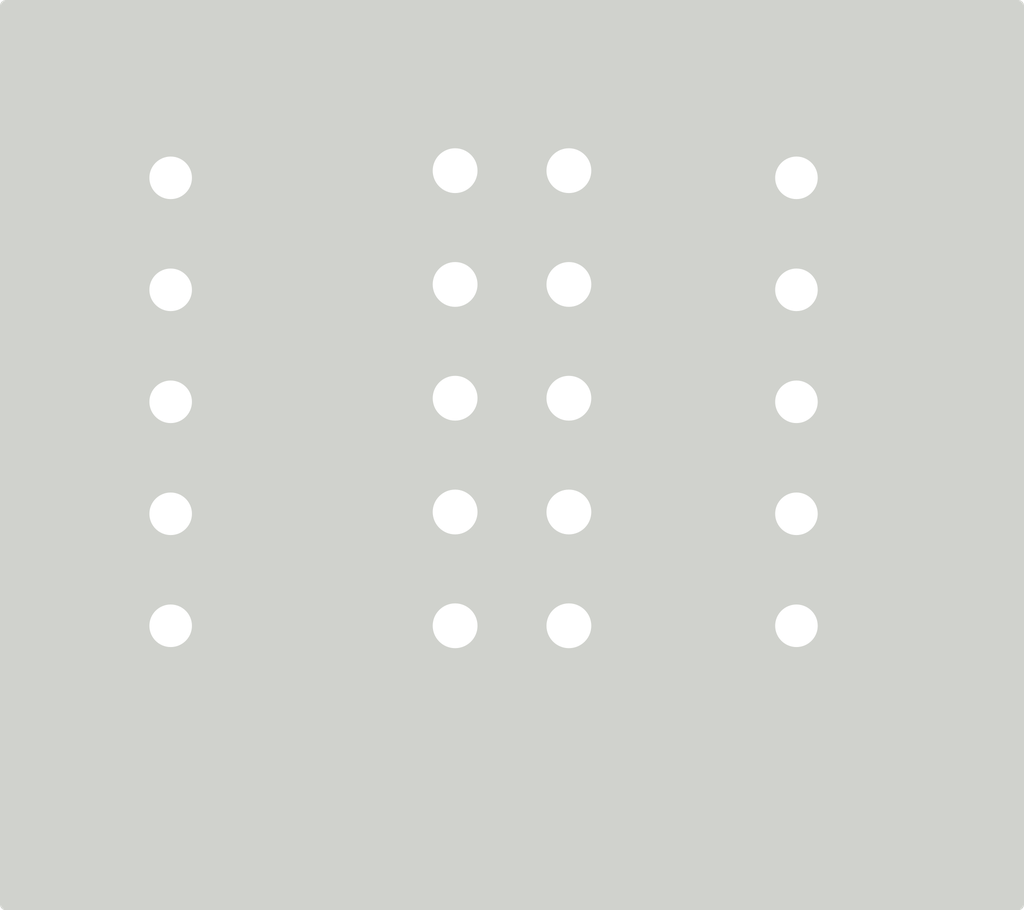
<source format=kicad_pcb>
(kicad_pcb (version 20171130) (host pcbnew "(5.1.5)-3")

  (general
    (thickness 1.6)
    (drawings 12)
    (tracks 18)
    (zones 0)
    (modules 4)
    (nets 11)
  )

  (page A4)
  (layers
    (0 F.Cu signal)
    (31 B.Cu signal)
    (32 B.Adhes user)
    (33 F.Adhes user)
    (34 B.Paste user)
    (35 F.Paste user)
    (36 B.SilkS user)
    (37 F.SilkS user)
    (38 B.Mask user)
    (39 F.Mask user)
    (40 Dwgs.User user)
    (41 Cmts.User user)
    (42 Eco1.User user)
    (43 Eco2.User user)
    (44 Edge.Cuts user)
    (45 Margin user)
    (46 B.CrtYd user)
    (47 F.CrtYd user)
    (48 B.Fab user)
    (49 F.Fab user)
  )

  (setup
    (last_trace_width 0.25)
    (trace_clearance 0.2)
    (zone_clearance 0.508)
    (zone_45_only no)
    (trace_min 0.2)
    (via_size 0.8)
    (via_drill 0.4)
    (via_min_size 0.4)
    (via_min_drill 0.3)
    (uvia_size 0.3)
    (uvia_drill 0.1)
    (uvias_allowed no)
    (uvia_min_size 0.2)
    (uvia_min_drill 0.1)
    (edge_width 0.05)
    (segment_width 0.2)
    (pcb_text_width 0.3)
    (pcb_text_size 1.5 1.5)
    (mod_edge_width 0.12)
    (mod_text_size 1 1)
    (mod_text_width 0.15)
    (pad_size 1.524 1.524)
    (pad_drill 0.762)
    (pad_to_mask_clearance 0.051)
    (solder_mask_min_width 0.25)
    (aux_axis_origin 0 0)
    (grid_origin 163.83 45.42)
    (visible_elements FFFFFF7F)
    (pcbplotparams
      (layerselection 0x010fc_ffffffff)
      (usegerberextensions false)
      (usegerberattributes false)
      (usegerberadvancedattributes false)
      (creategerberjobfile false)
      (excludeedgelayer true)
      (linewidth 0.100000)
      (plotframeref false)
      (viasonmask false)
      (mode 1)
      (useauxorigin false)
      (hpglpennumber 1)
      (hpglpenspeed 20)
      (hpglpendiameter 15.000000)
      (psnegative false)
      (psa4output false)
      (plotreference true)
      (plotvalue true)
      (plotinvisibletext false)
      (padsonsilk false)
      (subtractmaskfromsilk false)
      (outputformat 1)
      (mirror false)
      (drillshape 1)
      (scaleselection 1)
      (outputdirectory ""))
  )

  (net 0 "")
  (net 1 "Net-(J1-Pad5)")
  (net 2 "Net-(J1-Pad4)")
  (net 3 "Net-(J1-Pad3)")
  (net 4 "Net-(J1-Pad2)")
  (net 5 "Net-(J1-Pad1)")
  (net 6 "Net-(J3-Pad5)")
  (net 7 "Net-(J3-Pad4)")
  (net 8 "Net-(J3-Pad3)")
  (net 9 "Net-(J3-Pad2)")
  (net 10 "Net-(J3-Pad1)")

  (net_class Default "This is the default net class."
    (clearance 0.2)
    (trace_width 0.25)
    (via_dia 0.8)
    (via_drill 0.4)
    (uvia_dia 0.3)
    (uvia_drill 0.1)
    (add_net "Net-(J1-Pad1)")
    (add_net "Net-(J1-Pad2)")
    (add_net "Net-(J1-Pad3)")
    (add_net "Net-(J1-Pad4)")
    (add_net "Net-(J1-Pad5)")
    (add_net "Net-(J3-Pad1)")
    (add_net "Net-(J3-Pad2)")
    (add_net "Net-(J3-Pad3)")
    (add_net "Net-(J3-Pad4)")
    (add_net "Net-(J3-Pad5)")
  )

  (module Connector_PinSocket_2.54mm:PinSocket_1x05_P2.54mm_Vertical (layer B.Cu) (tedit 5A19A420) (tstamp 5E58EE72)
    (at 166.37 55.58)
    (descr "Through hole straight socket strip, 1x05, 2.54mm pitch, single row (from Kicad 4.0.7), script generated")
    (tags "Through hole socket strip THT 1x05 2.54mm single row")
    (path /5E5A5133)
    (fp_text reference J4 (at 0 2.77) (layer B.SilkS)
      (effects (font (size 1 1) (thickness 0.15)) (justify mirror))
    )
    (fp_text value Conn_01x05_Female (at 0 -12.93) (layer B.Fab)
      (effects (font (size 1 1) (thickness 0.15)) (justify mirror))
    )
    (fp_text user %R (at 0 -5.08 -90) (layer B.Fab)
      (effects (font (size 1 1) (thickness 0.15)) (justify mirror))
    )
    (fp_line (start -1.8 -11.9) (end -1.8 1.8) (layer B.CrtYd) (width 0.05))
    (fp_line (start 1.75 -11.9) (end -1.8 -11.9) (layer B.CrtYd) (width 0.05))
    (fp_line (start 1.75 1.8) (end 1.75 -11.9) (layer B.CrtYd) (width 0.05))
    (fp_line (start -1.8 1.8) (end 1.75 1.8) (layer B.CrtYd) (width 0.05))
    (fp_line (start 0 1.33) (end 1.33 1.33) (layer B.SilkS) (width 0.12))
    (fp_line (start 1.33 1.33) (end 1.33 0) (layer B.SilkS) (width 0.12))
    (fp_line (start 1.33 -1.27) (end 1.33 -11.49) (layer B.SilkS) (width 0.12))
    (fp_line (start -1.33 -11.49) (end 1.33 -11.49) (layer B.SilkS) (width 0.12))
    (fp_line (start -1.33 -1.27) (end -1.33 -11.49) (layer B.SilkS) (width 0.12))
    (fp_line (start -1.33 -1.27) (end 1.33 -1.27) (layer B.SilkS) (width 0.12))
    (fp_line (start -1.27 -11.43) (end -1.27 1.27) (layer B.Fab) (width 0.1))
    (fp_line (start 1.27 -11.43) (end -1.27 -11.43) (layer B.Fab) (width 0.1))
    (fp_line (start 1.27 0.635) (end 1.27 -11.43) (layer B.Fab) (width 0.1))
    (fp_line (start 0.635 1.27) (end 1.27 0.635) (layer B.Fab) (width 0.1))
    (fp_line (start -1.27 1.27) (end 0.635 1.27) (layer B.Fab) (width 0.1))
    (pad 5 thru_hole oval (at 0 -10.16) (size 1.7 1.7) (drill 1) (layers *.Cu *.Mask)
      (net 6 "Net-(J3-Pad5)"))
    (pad 4 thru_hole oval (at 0 -7.62) (size 1.7 1.7) (drill 1) (layers *.Cu *.Mask)
      (net 7 "Net-(J3-Pad4)"))
    (pad 3 thru_hole oval (at 0 -5.08) (size 1.7 1.7) (drill 1) (layers *.Cu *.Mask)
      (net 8 "Net-(J3-Pad3)"))
    (pad 2 thru_hole oval (at 0 -2.54) (size 1.7 1.7) (drill 1) (layers *.Cu *.Mask)
      (net 9 "Net-(J3-Pad2)"))
    (pad 1 thru_hole rect (at 0 0) (size 1.7 1.7) (drill 1) (layers *.Cu *.Mask)
      (net 10 "Net-(J3-Pad1)"))
    (model ${KISYS3DMOD}/Connector_PinSocket_2.54mm.3dshapes/PinSocket_1x05_P2.54mm_Vertical.wrl
      (at (xyz 0 0 0))
      (scale (xyz 1 1 1))
      (rotate (xyz 0 0 0))
    )
  )

  (module Connector_JST:JST_EH_B5B-EH-A_1x05_P2.50mm_Vertical (layer F.Cu) (tedit 5C28142C) (tstamp 5E58EE59)
    (at 171.45 55.58 90)
    (descr "JST EH series connector, B5B-EH-A (http://www.jst-mfg.com/product/pdf/eng/eEH.pdf), generated with kicad-footprint-generator")
    (tags "connector JST EH vertical")
    (path /5E5A5139)
    (fp_text reference J3 (at -3.81 0 180) (layer F.SilkS)
      (effects (font (size 1 1) (thickness 0.15)))
    )
    (fp_text value Conn_01x05_Male (at 5 3.4 90) (layer F.Fab)
      (effects (font (size 1 1) (thickness 0.15)))
    )
    (fp_text user %R (at 5 1.5 90) (layer F.Fab)
      (effects (font (size 1 1) (thickness 0.15)))
    )
    (fp_line (start -2.91 2.61) (end -0.41 2.61) (layer F.Fab) (width 0.1))
    (fp_line (start -2.91 0.11) (end -2.91 2.61) (layer F.Fab) (width 0.1))
    (fp_line (start -2.91 2.61) (end -0.41 2.61) (layer F.SilkS) (width 0.12))
    (fp_line (start -2.91 0.11) (end -2.91 2.61) (layer F.SilkS) (width 0.12))
    (fp_line (start 11.61 0.81) (end 11.61 2.31) (layer F.SilkS) (width 0.12))
    (fp_line (start 12.61 0.81) (end 11.61 0.81) (layer F.SilkS) (width 0.12))
    (fp_line (start -1.61 0.81) (end -1.61 2.31) (layer F.SilkS) (width 0.12))
    (fp_line (start -2.61 0.81) (end -1.61 0.81) (layer F.SilkS) (width 0.12))
    (fp_line (start 12.11 0) (end 12.61 0) (layer F.SilkS) (width 0.12))
    (fp_line (start 12.11 -1.21) (end 12.11 0) (layer F.SilkS) (width 0.12))
    (fp_line (start -2.11 -1.21) (end 12.11 -1.21) (layer F.SilkS) (width 0.12))
    (fp_line (start -2.11 0) (end -2.11 -1.21) (layer F.SilkS) (width 0.12))
    (fp_line (start -2.61 0) (end -2.11 0) (layer F.SilkS) (width 0.12))
    (fp_line (start 12.61 -1.71) (end -2.61 -1.71) (layer F.SilkS) (width 0.12))
    (fp_line (start 12.61 2.31) (end 12.61 -1.71) (layer F.SilkS) (width 0.12))
    (fp_line (start -2.61 2.31) (end 12.61 2.31) (layer F.SilkS) (width 0.12))
    (fp_line (start -2.61 -1.71) (end -2.61 2.31) (layer F.SilkS) (width 0.12))
    (fp_line (start 13 -2.1) (end -3 -2.1) (layer F.CrtYd) (width 0.05))
    (fp_line (start 13 2.7) (end 13 -2.1) (layer F.CrtYd) (width 0.05))
    (fp_line (start -3 2.7) (end 13 2.7) (layer F.CrtYd) (width 0.05))
    (fp_line (start -3 -2.1) (end -3 2.7) (layer F.CrtYd) (width 0.05))
    (fp_line (start 12.5 -1.6) (end -2.5 -1.6) (layer F.Fab) (width 0.1))
    (fp_line (start 12.5 2.2) (end 12.5 -1.6) (layer F.Fab) (width 0.1))
    (fp_line (start -2.5 2.2) (end 12.5 2.2) (layer F.Fab) (width 0.1))
    (fp_line (start -2.5 -1.6) (end -2.5 2.2) (layer F.Fab) (width 0.1))
    (pad 5 thru_hole oval (at 10 0 90) (size 1.7 1.95) (drill 0.95) (layers *.Cu *.Mask)
      (net 6 "Net-(J3-Pad5)"))
    (pad 4 thru_hole oval (at 7.5 0 90) (size 1.7 1.95) (drill 0.95) (layers *.Cu *.Mask)
      (net 7 "Net-(J3-Pad4)"))
    (pad 3 thru_hole oval (at 5 0 90) (size 1.7 1.95) (drill 0.95) (layers *.Cu *.Mask)
      (net 8 "Net-(J3-Pad3)"))
    (pad 2 thru_hole oval (at 2.5 0 90) (size 1.7 1.95) (drill 0.95) (layers *.Cu *.Mask)
      (net 9 "Net-(J3-Pad2)"))
    (pad 1 thru_hole roundrect (at 0 0 90) (size 1.7 1.95) (drill 0.95) (layers *.Cu *.Mask) (roundrect_rratio 0.147059)
      (net 10 "Net-(J3-Pad1)"))
    (model ${KISYS3DMOD}/Connector_JST.3dshapes/JST_EH_B5B-EH-A_1x05_P2.50mm_Vertical.wrl
      (at (xyz 0 0 0))
      (scale (xyz 1 1 1))
      (rotate (xyz 0 0 0))
    )
  )

  (module Connector_PinSocket_2.54mm:PinSocket_1x05_P2.54mm_Vertical (layer B.Cu) (tedit 5A19A420) (tstamp 5E58EE36)
    (at 163.83 55.58)
    (descr "Through hole straight socket strip, 1x05, 2.54mm pitch, single row (from Kicad 4.0.7), script generated")
    (tags "Through hole socket strip THT 1x05 2.54mm single row")
    (path /5E5A18E7)
    (fp_text reference J2 (at 0 2.77) (layer B.SilkS)
      (effects (font (size 1 1) (thickness 0.15)) (justify mirror))
    )
    (fp_text value Conn_01x05_Female (at 0 -12.93) (layer B.Fab)
      (effects (font (size 1 1) (thickness 0.15)) (justify mirror))
    )
    (fp_text user %R (at 0 -5.08 -90) (layer B.Fab)
      (effects (font (size 1 1) (thickness 0.15)) (justify mirror))
    )
    (fp_line (start -1.8 -11.9) (end -1.8 1.8) (layer B.CrtYd) (width 0.05))
    (fp_line (start 1.75 -11.9) (end -1.8 -11.9) (layer B.CrtYd) (width 0.05))
    (fp_line (start 1.75 1.8) (end 1.75 -11.9) (layer B.CrtYd) (width 0.05))
    (fp_line (start -1.8 1.8) (end 1.75 1.8) (layer B.CrtYd) (width 0.05))
    (fp_line (start 0 1.33) (end 1.33 1.33) (layer B.SilkS) (width 0.12))
    (fp_line (start 1.33 1.33) (end 1.33 0) (layer B.SilkS) (width 0.12))
    (fp_line (start 1.33 -1.27) (end 1.33 -11.49) (layer B.SilkS) (width 0.12))
    (fp_line (start -1.33 -11.49) (end 1.33 -11.49) (layer B.SilkS) (width 0.12))
    (fp_line (start -1.33 -1.27) (end -1.33 -11.49) (layer B.SilkS) (width 0.12))
    (fp_line (start -1.33 -1.27) (end 1.33 -1.27) (layer B.SilkS) (width 0.12))
    (fp_line (start -1.27 -11.43) (end -1.27 1.27) (layer B.Fab) (width 0.1))
    (fp_line (start 1.27 -11.43) (end -1.27 -11.43) (layer B.Fab) (width 0.1))
    (fp_line (start 1.27 0.635) (end 1.27 -11.43) (layer B.Fab) (width 0.1))
    (fp_line (start 0.635 1.27) (end 1.27 0.635) (layer B.Fab) (width 0.1))
    (fp_line (start -1.27 1.27) (end 0.635 1.27) (layer B.Fab) (width 0.1))
    (pad 5 thru_hole oval (at 0 -10.16) (size 1.7 1.7) (drill 1) (layers *.Cu *.Mask)
      (net 1 "Net-(J1-Pad5)"))
    (pad 4 thru_hole oval (at 0 -7.62) (size 1.7 1.7) (drill 1) (layers *.Cu *.Mask)
      (net 2 "Net-(J1-Pad4)"))
    (pad 3 thru_hole oval (at 0 -5.08) (size 1.7 1.7) (drill 1) (layers *.Cu *.Mask)
      (net 3 "Net-(J1-Pad3)"))
    (pad 2 thru_hole oval (at 0 -2.54) (size 1.7 1.7) (drill 1) (layers *.Cu *.Mask)
      (net 4 "Net-(J1-Pad2)"))
    (pad 1 thru_hole rect (at 0 0) (size 1.7 1.7) (drill 1) (layers *.Cu *.Mask)
      (net 5 "Net-(J1-Pad1)"))
    (model ${KISYS3DMOD}/Connector_PinSocket_2.54mm.3dshapes/PinSocket_1x05_P2.54mm_Vertical.wrl
      (at (xyz 0 0 0))
      (scale (xyz 1 1 1))
      (rotate (xyz 0 0 0))
    )
  )

  (module Connector_JST:JST_EH_B5B-EH-A_1x05_P2.50mm_Vertical (layer F.Cu) (tedit 5C28142C) (tstamp 5E58EE1D)
    (at 157.48 55.58 90)
    (descr "JST EH series connector, B5B-EH-A (http://www.jst-mfg.com/product/pdf/eng/eEH.pdf), generated with kicad-footprint-generator")
    (tags "connector JST EH vertical")
    (path /5E5A1EF8)
    (fp_text reference J1 (at -3.81 0 180) (layer F.SilkS)
      (effects (font (size 1 1) (thickness 0.15)))
    )
    (fp_text value Conn_01x05_Male (at 5 3.4 90) (layer F.Fab)
      (effects (font (size 1 1) (thickness 0.15)))
    )
    (fp_text user %R (at 5 1.5 90) (layer F.Fab)
      (effects (font (size 1 1) (thickness 0.15)))
    )
    (fp_line (start -2.91 2.61) (end -0.41 2.61) (layer F.Fab) (width 0.1))
    (fp_line (start -2.91 0.11) (end -2.91 2.61) (layer F.Fab) (width 0.1))
    (fp_line (start -2.91 2.61) (end -0.41 2.61) (layer F.SilkS) (width 0.12))
    (fp_line (start -2.91 0.11) (end -2.91 2.61) (layer F.SilkS) (width 0.12))
    (fp_line (start 11.61 0.81) (end 11.61 2.31) (layer F.SilkS) (width 0.12))
    (fp_line (start 12.61 0.81) (end 11.61 0.81) (layer F.SilkS) (width 0.12))
    (fp_line (start -1.61 0.81) (end -1.61 2.31) (layer F.SilkS) (width 0.12))
    (fp_line (start -2.61 0.81) (end -1.61 0.81) (layer F.SilkS) (width 0.12))
    (fp_line (start 12.11 0) (end 12.61 0) (layer F.SilkS) (width 0.12))
    (fp_line (start 12.11 -1.21) (end 12.11 0) (layer F.SilkS) (width 0.12))
    (fp_line (start -2.11 -1.21) (end 12.11 -1.21) (layer F.SilkS) (width 0.12))
    (fp_line (start -2.11 0) (end -2.11 -1.21) (layer F.SilkS) (width 0.12))
    (fp_line (start -2.61 0) (end -2.11 0) (layer F.SilkS) (width 0.12))
    (fp_line (start 12.61 -1.71) (end -2.61 -1.71) (layer F.SilkS) (width 0.12))
    (fp_line (start 12.61 2.31) (end 12.61 -1.71) (layer F.SilkS) (width 0.12))
    (fp_line (start -2.61 2.31) (end 12.61 2.31) (layer F.SilkS) (width 0.12))
    (fp_line (start -2.61 -1.71) (end -2.61 2.31) (layer F.SilkS) (width 0.12))
    (fp_line (start 13 -2.1) (end -3 -2.1) (layer F.CrtYd) (width 0.05))
    (fp_line (start 13 2.7) (end 13 -2.1) (layer F.CrtYd) (width 0.05))
    (fp_line (start -3 2.7) (end 13 2.7) (layer F.CrtYd) (width 0.05))
    (fp_line (start -3 -2.1) (end -3 2.7) (layer F.CrtYd) (width 0.05))
    (fp_line (start 12.5 -1.6) (end -2.5 -1.6) (layer F.Fab) (width 0.1))
    (fp_line (start 12.5 2.2) (end 12.5 -1.6) (layer F.Fab) (width 0.1))
    (fp_line (start -2.5 2.2) (end 12.5 2.2) (layer F.Fab) (width 0.1))
    (fp_line (start -2.5 -1.6) (end -2.5 2.2) (layer F.Fab) (width 0.1))
    (pad 5 thru_hole oval (at 10 0 90) (size 1.7 1.95) (drill 0.95) (layers *.Cu *.Mask)
      (net 1 "Net-(J1-Pad5)"))
    (pad 4 thru_hole oval (at 7.5 0 90) (size 1.7 1.95) (drill 0.95) (layers *.Cu *.Mask)
      (net 2 "Net-(J1-Pad4)"))
    (pad 3 thru_hole oval (at 5 0 90) (size 1.7 1.95) (drill 0.95) (layers *.Cu *.Mask)
      (net 3 "Net-(J1-Pad3)"))
    (pad 2 thru_hole oval (at 2.5 0 90) (size 1.7 1.95) (drill 0.95) (layers *.Cu *.Mask)
      (net 4 "Net-(J1-Pad2)"))
    (pad 1 thru_hole roundrect (at 0 0 90) (size 1.7 1.95) (drill 0.95) (layers *.Cu *.Mask) (roundrect_rratio 0.147059)
      (net 5 "Net-(J1-Pad1)"))
    (model ${KISYS3DMOD}/Connector_JST.3dshapes/JST_EH_B5B-EH-A_1x05_P2.50mm_Vertical.wrl
      (at (xyz 0 0 0))
      (scale (xyz 1 1 1))
      (rotate (xyz 0 0 0))
    )
  )

  (gr_text G (at 161.29 45.42) (layer F.SilkS) (tstamp 5E58F3A9)
    (effects (font (size 0.75 0.75) (thickness 0.1875)))
  )
  (gr_text A2 (at 161.29 47.96) (layer F.SilkS) (tstamp 5E58F3A9)
    (effects (font (size 0.75 0.75) (thickness 0.1875)))
  )
  (gr_text A1 (at 161.29 50.5) (layer F.SilkS) (tstamp 5E58F3A9)
    (effects (font (size 0.75 0.75) (thickness 0.1875)))
  )
  (gr_text PA (at 161.29 53.04) (layer F.SilkS) (tstamp 5E58F3A9)
    (effects (font (size 0.75 0.75) (thickness 0.1875)))
  )
  (gr_text 5v (at 161.29 55.58) (layer F.SilkS) (tstamp 5E58F3A9)
    (effects (font (size 0.75 0.75) (thickness 0.1875)))
  )
  (gr_text PW (at 168.91 55.58) (layer F.SilkS) (tstamp 5E58F3A9)
    (effects (font (size 0.75 0.75) (thickness 0.1875)))
  )
  (gr_text PB (at 168.91 53.04) (layer F.SilkS) (tstamp 5E58F3A9)
    (effects (font (size 0.75 0.75) (thickness 0.1875)))
  )
  (gr_text B1 (at 168.91 50.5) (layer F.SilkS) (tstamp 5E58F3A9)
    (effects (font (size 0.75 0.75) (thickness 0.1875)))
  )
  (gr_text B2 (at 168.91 47.96) (layer F.SilkS) (tstamp 5E58F3A9)
    (effects (font (size 0.75 0.75) (thickness 0.1875)))
  )
  (gr_text AG (at 168.91 45.42) (layer F.SilkS)
    (effects (font (size 0.75 0.75) (thickness 0.1875)))
  )
  (gr_text "Sooner Competitive Robotics" (at 171.45 60.66) (layer F.SilkS) (tstamp 5E58E7F7)
    (effects (font (size 0.45 0.45) (thickness 0.1125)))
  )
  (gr_text "Designed by: Tyler Julian" (at 160.02 60.66) (layer F.SilkS)
    (effects (font (size 0.5 0.5) (thickness 0.125)))
  )

  (segment (start 163.67 45.58) (end 163.83 45.42) (width 0.25) (layer F.Cu) (net 1))
  (segment (start 157.48 45.58) (end 163.67 45.58) (width 0.25) (layer F.Cu) (net 1))
  (segment (start 163.71 48.08) (end 163.83 47.96) (width 0.25) (layer F.Cu) (net 2))
  (segment (start 157.48 48.08) (end 163.71 48.08) (width 0.25) (layer F.Cu) (net 2))
  (segment (start 163.75 50.58) (end 163.83 50.5) (width 0.25) (layer F.Cu) (net 3))
  (segment (start 157.48 50.58) (end 163.75 50.58) (width 0.25) (layer F.Cu) (net 3))
  (segment (start 163.79 53.08) (end 163.83 53.04) (width 0.25) (layer F.Cu) (net 4))
  (segment (start 157.48 53.08) (end 163.79 53.08) (width 0.25) (layer F.Cu) (net 4))
  (segment (start 157.48 55.58) (end 163.83 55.58) (width 0.25) (layer F.Cu) (net 5))
  (segment (start 166.53 45.58) (end 166.37 45.42) (width 0.25) (layer F.Cu) (net 6))
  (segment (start 171.45 45.58) (end 166.53 45.58) (width 0.25) (layer F.Cu) (net 6))
  (segment (start 166.49 48.08) (end 166.37 47.96) (width 0.25) (layer F.Cu) (net 7))
  (segment (start 171.45 48.08) (end 166.49 48.08) (width 0.25) (layer F.Cu) (net 7))
  (segment (start 166.45 50.58) (end 166.37 50.5) (width 0.25) (layer F.Cu) (net 8))
  (segment (start 171.45 50.58) (end 166.45 50.58) (width 0.25) (layer F.Cu) (net 8))
  (segment (start 166.41 53.08) (end 166.37 53.04) (width 0.25) (layer F.Cu) (net 9))
  (segment (start 171.45 53.08) (end 166.41 53.08) (width 0.25) (layer F.Cu) (net 9))
  (segment (start 171.45 55.58) (end 166.37 55.58) (width 0.25) (layer F.Cu) (net 10))

  (zone (net 0) (net_name "") (layer Edge.Cuts) (tstamp 0) (hatch edge 0.508)
    (connect_pads (clearance 0.508))
    (min_thickness 0.254)
    (fill yes (arc_segments 32) (thermal_gap 0.508) (thermal_bridge_width 0.508))
    (polygon
      (pts
        (xy 176.53 61.93) (xy 153.67 61.93) (xy 153.67 41.61) (xy 176.53 41.61)
      )
    )
    (filled_polygon
      (pts
        (xy 176.403 61.803) (xy 153.797 61.803) (xy 153.797 41.737) (xy 176.403 41.737)
      )
    )
  )
)

</source>
